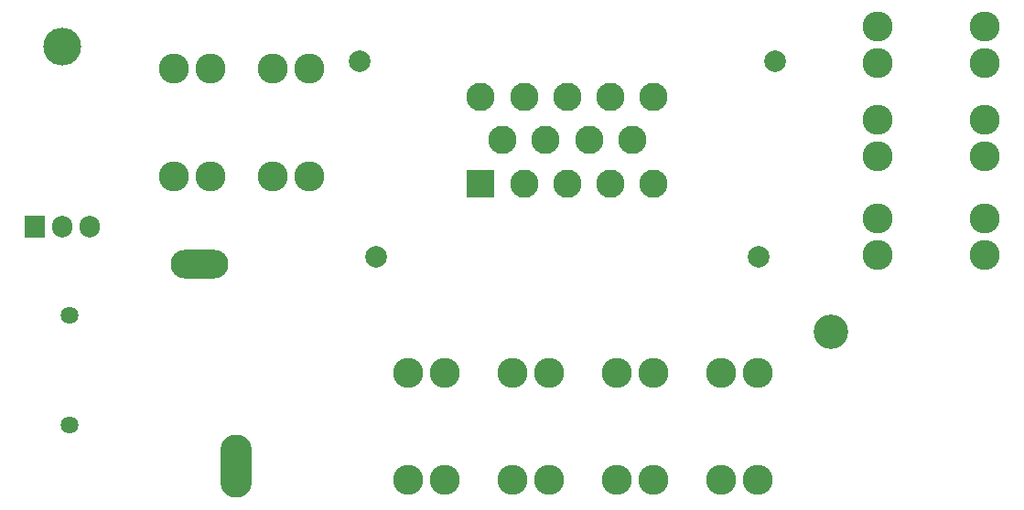
<source format=gbr>
%TF.GenerationSoftware,KiCad,Pcbnew,5.1.7-a382d34a8~88~ubuntu18.04.1*%
%TF.CreationDate,2021-02-25T09:22:48-05:00*%
%TF.ProjectId,LVPDU,4c565044-552e-46b6-9963-61645f706362,rev?*%
%TF.SameCoordinates,Original*%
%TF.FileFunction,Soldermask,Top*%
%TF.FilePolarity,Negative*%
%FSLAX46Y46*%
G04 Gerber Fmt 4.6, Leading zero omitted, Abs format (unit mm)*
G04 Created by KiCad (PCBNEW 5.1.7-a382d34a8~88~ubuntu18.04.1) date 2021-02-25 09:22:48*
%MOMM*%
%LPD*%
G01*
G04 APERTURE LIST*
%ADD10O,1.905000X2.000000*%
%ADD11R,1.905000X2.000000*%
%ADD12O,3.500000X3.500000*%
%ADD13C,2.780000*%
%ADD14C,2.000000*%
%ADD15C,2.625000*%
%ADD16R,2.625000X2.625000*%
%ADD17C,1.635000*%
%ADD18O,2.925000X5.850000*%
%ADD19O,5.340000X2.670000*%
%ADD20C,3.200000*%
G04 APERTURE END LIST*
D10*
%TO.C,D1*%
X152908000Y-60856000D03*
X150368000Y-60856000D03*
D11*
X147828000Y-60856000D03*
D12*
X150368000Y-44196000D03*
%TD*%
D13*
%TO.C,F9*%
X164084000Y-46228000D03*
X160684000Y-46228000D03*
X164084000Y-56148000D03*
X160684000Y-56148000D03*
%TD*%
D14*
%TO.C,J1*%
X216304000Y-45532000D03*
X177904000Y-45532000D03*
X214804000Y-63632000D03*
X179404000Y-63632000D03*
D15*
X205104000Y-48832000D03*
X201104000Y-48832000D03*
X197104000Y-48832000D03*
X193104000Y-48832000D03*
X189104000Y-48832000D03*
X203104000Y-52832000D03*
X199104000Y-52832000D03*
X195104000Y-52832000D03*
X191104000Y-52832000D03*
X205104000Y-56832000D03*
X201104000Y-56832000D03*
X197104000Y-56832000D03*
X193104000Y-56832000D03*
D16*
X189104000Y-56832000D03*
%TD*%
D13*
%TO.C,F8*%
X173228000Y-46228000D03*
X169828000Y-46228000D03*
X173228000Y-56148000D03*
X169828000Y-56148000D03*
%TD*%
%TO.C,F7*%
X235712000Y-45720000D03*
X235712000Y-42320000D03*
X225792000Y-45720000D03*
X225792000Y-42320000D03*
%TD*%
D17*
%TO.C,K1*%
X151058000Y-79225000D03*
X151058000Y-69065000D03*
D18*
X166498000Y-83035000D03*
D19*
X163068000Y-64285000D03*
%TD*%
D20*
%TO.C,H1*%
X221488000Y-70612000D03*
%TD*%
D13*
%TO.C,F6*%
X211328000Y-84328000D03*
X214728000Y-84328000D03*
X211328000Y-74408000D03*
X214728000Y-74408000D03*
%TD*%
%TO.C,F5*%
X182372000Y-84328000D03*
X185772000Y-84328000D03*
X182372000Y-74408000D03*
X185772000Y-74408000D03*
%TD*%
%TO.C,F4*%
X201676000Y-84328000D03*
X205076000Y-84328000D03*
X201676000Y-74408000D03*
X205076000Y-74408000D03*
%TD*%
%TO.C,F3*%
X235712000Y-63500000D03*
X235712000Y-60100000D03*
X225792000Y-63500000D03*
X225792000Y-60100000D03*
%TD*%
%TO.C,F2*%
X192024000Y-84328000D03*
X195424000Y-84328000D03*
X192024000Y-74408000D03*
X195424000Y-74408000D03*
%TD*%
%TO.C,F1*%
X235712000Y-54356000D03*
X235712000Y-50956000D03*
X225792000Y-54356000D03*
X225792000Y-50956000D03*
%TD*%
M02*

</source>
